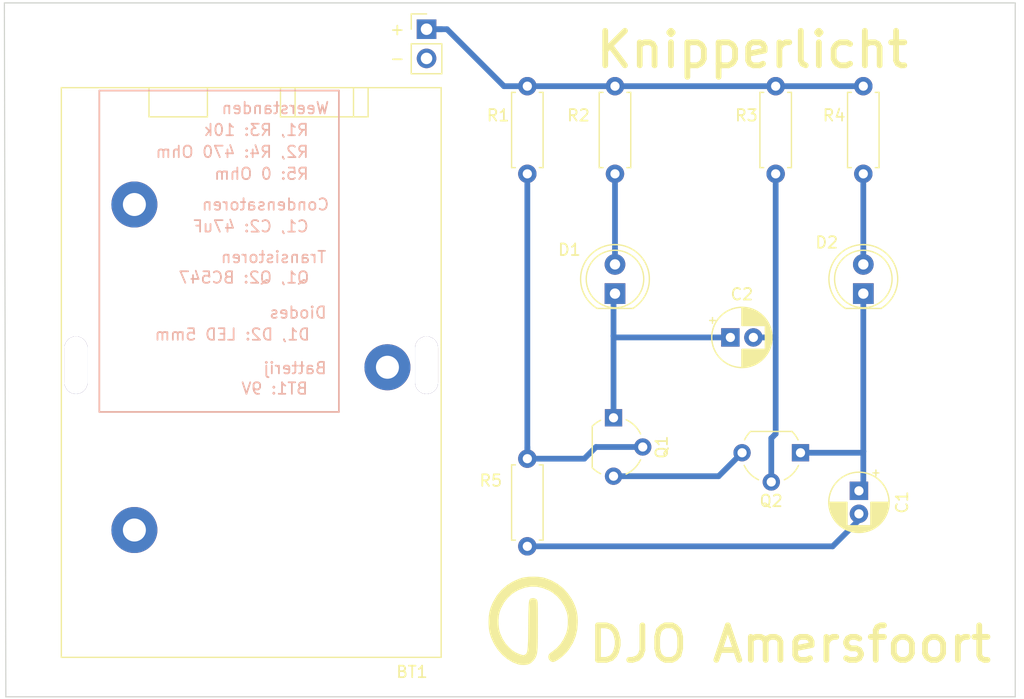
<source format=kicad_pcb>
(kicad_pcb (version 20211014) (generator pcbnew)
  (layers (0 "F.Cu" signal) (31 "B.Cu" signal) (34 "B.Paste" user) (35 "F.Paste" user) (36 "B.SilkS" user "B.Silkscreen") (37 "F.SilkS" user "F.Silkscreen") (38 "B.Mask" user) (39 "F.Mask" user) (44 "Edge.Cuts" user))
  (net 0 "")
  (net 1 "Net-(BT1-Pad1)")
  (net 2 "GND")
  (net 3 "Net-(C1-Pad1)")
  (net 4 "Net-(C2-Pad2)")
  (net 5 "TERUGKOPPELING")
  (net 6 "Net-(D1-Pad2)")
  (net 7 "Net-(D2-Pad2)")
  (net 8 "Net-(C2-Pad1)")
  (net 9 "Net-(Q1-Pad2)")
  (footprint "Capacitor_THT:CP_Radial_D5.0mm_P2.00mm" (layer "F.Cu") (at 82.804 43.815)
    (fp_text reference "C2" (at 1 -3.75) (layer "F.SilkS"))
    (fp_text value "47u")
    (fp_line (start 1.52 1.04) (end 1.52 2.528) (layer "F.SilkS") (width 0.12))
    (fp_line (start 1.28 1.04) (end 1.28 2.565) (layer "F.SilkS") (width 0.12))
    (fp_line (start 1.921 -2.414) (end 1.921 -1.04) (layer "F.SilkS") (width 0.12))
    (fp_line (start 2.081 1.04) (end 2.081 2.348) (layer "F.SilkS") (width 0.12))
    (fp_line (start 2.881 1.04) (end 2.881 1.785) (layer "F.SilkS") (width 0.12))
    (fp_line (start 1.16 -2.576) (end 1.16 -1.04) (layer "F.SilkS") (width 0.12))
    (fp_line (start 1.36 -2.556) (end 1.36 -1.04) (layer "F.SilkS") (width 0.12))
    (fp_line (start 3.361 -1.098) (end 3.361 1.098) (layer "F.SilkS") (width 0.12))
    (fp_line (start -1.554775 -1.725) (end -1.554775 -1.225) (layer "F.SilkS") (width 0.12))
    (fp_line (start 2.001 1.04) (end 2.001 2.382) (layer "F.SilkS") (width 0.12))
    (fp_line (start 2.161 1.04) (end 2.161 2.31) (layer "F.SilkS") (width 0.12))
    (fp_line (start 2.961 -1.699) (end 2.961 -1.04) (layer "F.SilkS") (width 0.12))
    (fp_line (start 2.001 -2.382) (end 2.001 -1.04) (layer "F.SilkS") (width 0.12))
    (fp_line (start 2.281 -2.247) (end 2.281 -1.04) (layer "F.SilkS") (width 0.12))
    (fp_line (start 1.6 1.04) (end 1.6 2.511) (layer "F.SilkS") (width 0.12))
    (fp_line (start 2.361 -2.2) (end 2.361 -1.04) (layer "F.SilkS") (width 0.12))
    (fp_line (start 1.56 -2.52) (end 1.56 -1.04) (layer "F.SilkS") (width 0.12))
    (fp_line (start 1.801 -2.455) (end 1.801 -1.04) (layer "F.SilkS") (width 0.12))
    (fp_line (start 2.401 -2.175) (end 2.401 -1.04) (layer "F.SilkS") (width 0.12))
    (fp_line (start 1 -2.58) (end 1 -1.04) (layer "F.SilkS") (width 0.12))
    (fp_line (start 1.2 1.04) (end 1.2 2.573) (layer "F.SilkS") (width 0.12))
    (fp_line (start 1.721 1.04) (end 1.721 2.48) (layer "F.SilkS") (width 0.12))
    (fp_line (start 1.24 -2.569) (end 1.24 -1.04) (layer "F.SilkS") (width 0.12))
    (fp_line (start 3.601 -0.284) (end 3.601 0.284) (layer "F.SilkS") (width 0.12))
    (fp_line (start 2.681 1.04) (end 2.681 1.971) (layer "F.SilkS") (width 0.12))
    (fp_line (start 3.201 -1.383) (end 3.201 1.383) (layer "F.SilkS") (width 0.12))
    (fp_line (start 1.761 -2.468) (end 1.761 -1.04) (layer "F.SilkS") (width 0.12))
    (fp_line (start 2.521 1.04) (end 2.521 2.095) (layer "F.SilkS") (width 0.12))
    (fp_line (start 3.121 -1.5) (end 3.121 1.5) (layer "F.SilkS") (width 0.12))
    (fp_line (start 1.801 1.04) (end 1.801 2.455) (layer "F.SilkS") (width 0.12))
    (fp_line (start 1.68 1.04) (end 1.68 2.491) (layer "F.SilkS") (width 0.12))
    (fp_line (start 2.521 -2.095) (end 2.521 -1.04) (layer "F.SilkS") (width 0.12))
    (fp_line (start 3.481 -0.805) (end 3.481 0.805) (layer "F.SilkS") (width 0.12))
    (fp_line (start 2.201 -2.29) (end 2.201 -1.04) (layer "F.SilkS") (width 0.12))
    (fp_line (start 1.761 1.04) (end 1.761 2.468) (layer "F.SilkS") (width 0.12))
    (fp_line (start 1.08 -2.579) (end 1.08 -1.04) (layer "F.SilkS") (width 0.12))
    (fp_line (start 2.041 1.04) (end 2.041 2.365) (layer "F.SilkS") (width 0.12))
    (fp_line (start 3.081 -1.554) (end 3.081 1.554) (layer "F.SilkS") (width 0.12))
    (fp_line (start 2.321 1.04) (end 2.321 2.224) (layer "F.SilkS") (width 0.12))
    (fp_line (start 1.04 1.04) (end 1.04 2.58) (layer "F.SilkS") (width 0.12))
    (fp_line (start 1.921 1.04) (end 1.921 2.414) (layer "F.SilkS") (width 0.12))
    (fp_line (start 1.32 -2.561) (end 1.32 -1.04) (layer "F.SilkS") (width 0.12))
    (fp_line (start 2.761 1.04) (end 2.761 1.901) (layer "F.SilkS") (width 0.12))
    (fp_line (start 2.281 1.04) (end 2.281 2.247) (layer "F.SilkS") (width 0.12))
    (fp_line (start 2.361 1.04) (end 2.361 2.2) (layer "F.SilkS") (width 0.12))
    (fp_line (start 1.12 1.04) (end 1.12 2.578) (layer "F.SilkS") (width 0.12))
    (fp_line (start 1.12 -2.578) (end 1.12 -1.04) (layer "F.SilkS") (width 0.12))
    (fp_line (start 2.401 1.04) (end 2.401 2.175) (layer "F.SilkS") (width 0.12))
    (fp_line (start 1.52 -2.528) (end 1.52 -1.04) (layer "F.SilkS") (width 0.12))
    (fp_line (start 1.4 -2.55) (end 1.4 -1.04) (layer "F.SilkS") (width 0.12))
    (fp_line (start 2.601 1.04) (end 2.601 2.035) (layer "F.SilkS") (width 0.12))
    (fp_line (start 2.761 -1.901) (end 2.761 -1.04) (layer "F.SilkS") (width 0.12))
    (fp_line (start 2.481 -2.122) (end 2.481 -1.04) (layer "F.SilkS") (width 0.12))
    (fp_line (start 1.28 -2.565) (end 1.28 -1.04) (layer "F.SilkS") (width 0.12))
    (fp_line (start 1.961 1.04) (end 1.961 2.398) (layer "F.SilkS") (width 0.12))
    (fp_line (start 2.041 -2.365) (end 2.041 -1.04) (layer "F.SilkS") (width 0.12))
    (fp_line (start 2.121 -2.329) (end 2.121 -1.04) (layer "F.SilkS") (width 0.12))
    (fp_line (start 1.961 -2.398) (end 1.961 -1.04) (layer "F.SilkS") (width 0.12))
    (fp_line (start 3.041 -1.605) (end 3.041 1.605) (layer "F.SilkS") (width 0.12))
    (fp_line (start 1.16 1.04) (end 1.16 2.576) (layer "F.SilkS") (width 0.12))
    (fp_line (start 3.001 -1.653) (end 3.001 -1.04) (layer "F.SilkS") (width 0.12))
    (fp_line (start 1.04 -2.58) (end 1.04 -1.04) (layer "F.SilkS") (width 0.12))
    (fp_line (start 2.921 1.04) (end 2.921 1.743) (layer "F.SilkS") (width 0.12))
    (fp_line (start 2.961 1.04) (end 2.961 1.699) (layer "F.SilkS") (width 0.12))
    (fp_line (start 3.241 -1.319) (end 3.241 1.319) (layer "F.SilkS") (width 0.12))
    (fp_line (start 2.601 -2.035) (end 2.601 -1.04) (layer "F.SilkS") (width 0.12))
    (fp_line (start 2.561 -2.065) (end 2.561 -1.04) (layer "F.SilkS") (width 0.12))
    (fp_line (start 2.481 1.04) (end 2.481 2.122) (layer "F.SilkS") (width 0.12))
    (fp_line (start 2.641 -2.004) (end 2.641 -1.04) (layer "F.SilkS") (width 0.12))
    (fp_line (start 1.6 -2.511) (end 1.6 -1.04) (layer "F.SilkS") (width 0.12))
    (fp_line (start 2.201 1.04) (end 2.201 2.29) (layer "F.SilkS") (width 0.12))
    (fp_line (start 1 1.04) (end 1 2.58) (layer "F.SilkS") (width 0.12))
    (fp_line (start 1.36 1.04) (end 1.36 2.556) (layer "F.SilkS") (width 0.12))
    (fp_line (start 1.841 -2.442) (end 1.841 -1.04) (layer "F.SilkS") (width 0.12))
    (fp_line (start 1.881 -2.428) (end 1.881 -1.04) (layer "F.SilkS") (width 0.12))
    (fp_line (start 2.161 -2.31) (end 2.161 -1.04) (layer "F.SilkS") (width 0.12))
    (fp_line (start 1.56 1.04) (end 1.56 2.52) (layer "F.SilkS") (width 0.12))
    (fp_line (start 2.441 -2.149) (end 2.441 -1.04) (layer "F.SilkS") (width 0.12))
    (fp_line (start 1.841 1.04) (end 1.841 2.442) (layer "F.SilkS") (width 0.12))
    (fp_line (start 1.44 1.04) (end 1.44 2.543) (layer "F.SilkS") (width 0.12))
    (fp_line (start 3.161 -1.443) (end 3.161 1.443) (layer "F.SilkS") (width 0.12))
    (fp_line (start 1.48 -2.536) (end 1.48 -1.04) (layer "F.SilkS") (width 0.12))
    (fp_line (start 1.64 -2.501) (end 1.64 -1.04) (layer "F.SilkS") (width 0.12))
    (fp_line (start 1.32 1.04) (end 1.32 2.561) (layer "F.SilkS") (width 0.12))
    (fp_line (start 2.561 1.04) (end 2.561 2.065) (layer "F.SilkS") (width 0.12))
    (fp_line (start 2.681 -1.971) (end 2.681 -1.04) (layer "F.SilkS") (width 0.12))
    (fp_line (start 3.321 -1.178) (end 3.321 1.178) (layer "F.SilkS") (width 0.12))
    (fp_line (start 2.801 1.04) (end 2.801 1.864) (layer "F.SilkS") (width 0.12))
    (fp_line (start 1.721 -2.48) (end 1.721 -1.04) (layer "F.SilkS") (width 0.12))
    (fp_line (start 2.921 -1.743) (end 2.921 -1.04) (layer "F.SilkS") (width 0.12))
    (fp_line (start 3.521 -0.677) (end 3.521 0.677) (layer "F.SilkS") (width 0.12))
    (fp_line (start 2.121 1.04) (end 2.121 2.329) (layer "F.SilkS") (width 0.12))
    (fp_line (start 3.401 -1.011) (end 3.401 1.011) (layer "F.SilkS") (width 0.12))
    (fp_line (start 1.64 1.04) (end 1.64 2.501) (layer "F.SilkS") (width 0.12))
    (fp_line (start 1.4 1.04) (end 1.4 2.55) (layer "F.SilkS") (width 0.12))
    (fp_line (start 2.241 1.04) (end 2.241 2.268) (layer "F.SilkS") (width 0.12))
    (fp_line (start 1.48 1.04) (end 1.48 2.536) (layer "F.SilkS") (width 0.12))
    (fp_line (start 3.001 1.04) (end 3.001 1.653) (layer "F.SilkS") (width 0.12))
    (fp_line (start 2.641 1.04) (end 2.641 2.004) (layer "F.SilkS") (width 0.12))
    (fp_line (start 2.321 -2.224) (end 2.321 -1.04) (layer "F.SilkS") (width 0.12))
    (fp_line (start 2.721 -1.937) (end 2.721 -1.04) (layer "F.SilkS") (width 0.12))
    (fp_line (start 1.68 -2.491) (end 1.68 -1.04) (layer "F.SilkS") (width 0.12))
    (fp_line (start 3.441 -0.915) (end 3.441 0.915) (layer "F.SilkS") (width 0.12))
    (fp_line (start 2.881 -1.785) (end 2.881 -1.04) (layer "F.SilkS") (width 0.12))
    (fp_line (start 2.841 -1.826) (end 2.841 -1.04) (layer "F.SilkS") (width 0.12))
    (fp_line (start 2.801 -1.864) (end 2.801 -1.04) (layer "F.SilkS") (width 0.12))
    (fp_line (start 2.721 1.04) (end 2.721 1.937) (layer "F.SilkS") (width 0.12))
    (fp_line (start 2.241 -2.268) (end 2.241 -1.04) (layer "F.SilkS") (width 0.12))
    (fp_line (start 1.881 1.04) (end 1.881 2.428) (layer "F.SilkS") (width 0.12))
    (fp_line (start 1.44 -2.543) (end 1.44 -1.04) (layer "F.SilkS") (width 0.12))
    (fp_line (start 1.2 -2.573) (end 1.2 -1.04) (layer "F.SilkS") (width 0.12))
    (fp_line (start 2.441 1.04) (end 2.441 2.149) (layer "F.SilkS") (width 0.12))
    (fp_line (start 3.281 -1.251) (end 3.281 1.251) (layer "F.SilkS") (width 0.12))
    (fp_line (start 1.24 1.04) (end 1.24 2.569) (layer "F.SilkS") (width 0.12))
    (fp_line (start 2.841 1.04) (end 2.841 1.826) (layer "F.SilkS") (width 0.12))
    (fp_line (start -1.804775 -1.475) (end -1.304775 -1.475) (layer "F.SilkS") (width 0.12))
    (fp_line (start 3.561 -0.518) (end 3.561 0.518) (layer "F.SilkS") (width 0.12))
    (fp_line (start 1.08 1.04) (end 1.08 2.579) (layer "F.SilkS") (width 0.12))
    (fp_line (start 2.081 -2.348) (end 2.081 -1.04) (layer "F.SilkS") (width 0.12))
    (fp_circle (center 1 0) (end 3.62 0) (layer "F.SilkS") (width 0.12) (fill none))
    (pad "1" thru_hole rect locked (at 0 0) (size 1.6 1.6) (drill 0.8) (layers *.Cu *.Mask) (net 8 "Net-(C2-Pad1)"))
    (pad "2" thru_hole circle locked (at 2 0) (size 1.6 1.6) (drill 0.8) (layers *.Cu *.Mask) (net 4 "Net-(C2-Pad2)"))
  )
  (footprint "LED_THT:LED_D5.0mm_Clear" (layer "F.Cu") (at 72.771 40.005 90)
    (fp_text reference "D1" (at 3.81 -3.96 180) (layer "F.SilkS"))
    (fp_text value "LED 5mm")
    (fp_line (start -1.29 -1.545) (end -1.29 1.545) (layer "F.SilkS") (width 0.12))
    (fp_arc (start 4.26 -0.000462) (mid 2.072002 2.880433) (end -1.29 1.54483) (layer "F.SilkS") (width 0.12))
    (fp_arc (start -1.29 -1.54483) (mid 2.072002 -2.880433) (end 4.26 0.000462) (layer "F.SilkS") (width 0.12))
    (fp_circle (center 1.27 0) (end 3.77 0) (layer "F.SilkS") (width 0.12) (fill none))
    (pad "1" thru_hole rect locked (at 0 0 90) (size 1.8 1.8) (drill 0.9) (layers *.Cu *.Mask) (net 8 "Net-(C2-Pad1)"))
    (pad "2" thru_hole circle locked (at 2.54 0 90) (size 1.8 1.8) (drill 0.9) (layers *.Cu *.Mask) (net 6 "Net-(D1-Pad2)"))
  )
  (footprint "LED_THT:LED_D5.0mm_Clear" (layer "F.Cu") (at 94.361 40.005 90)
    (fp_text reference "D2" (at 4.445 -3.175 180) (layer "F.SilkS"))
    (fp_text value "LED 5mm")
    (fp_line (start -1.29 -1.545) (end -1.29 1.545) (layer "F.SilkS") (width 0.12))
    (fp_arc (start 4.26 -0.000462) (mid 2.072002 2.880433) (end -1.29 1.54483) (layer "F.SilkS") (width 0.12))
    (fp_arc (start -1.29 -1.54483) (mid 2.072002 -2.880433) (end 4.26 0.000462) (layer "F.SilkS") (width 0.12))
    (fp_circle (center 1.27 0) (end 3.77 0) (layer "F.SilkS") (width 0.12) (fill none))
    (pad "1" thru_hole rect locked (at 0 0 90) (size 1.8 1.8) (drill 0.9) (layers *.Cu *.Mask) (net 3 "Net-(C1-Pad1)"))
    (pad "2" thru_hole circle locked (at 2.54 0 90) (size 1.8 1.8) (drill 0.9) (layers *.Cu *.Mask) (net 7 "Net-(D2-Pad2)"))
  )
  (footprint "Package_TO_SOT_THT:TO-92_Wide" (layer "F.Cu") (at 72.644 50.8 -90)
    (fp_text reference "Q1" (at 2.55 -4.19 -90) (layer "F.SilkS"))
    (fp_text value "BC547")
    (fp_line (start 0.74 1.85) (end 4.34 1.85) (layer "F.SilkS") (width 0.12))
    (fp_arc (start 3.65 -2.35) (mid 4.382279 -1.833196) (end 4.895458 -1.098371) (layer "F.SilkS") (width 0.12))
    (fp_arc (start 0.74 1.85) (mid 0.446097 1.509328) (end 0.215816 1.122795) (layer "F.SilkS") (width 0.12))
    (fp_arc (start 4.864184 1.122795) (mid 4.633903 1.509328) (end 4.34 1.85) (layer "F.SilkS") (width 0.12))
    (fp_arc (start 0.172801 -1.103842) (mid 0.678995 -1.832692) (end 1.4 -2.35) (layer "F.SilkS") (width 0.12))
    (pad "1" thru_hole rect (at 0 0 270) (size 1.5 1.5) (drill 0.8) (layers *.Cu *.Mask) (net 8 "Net-(C2-Pad1)"))
    (pad "2" thru_hole circle (at 2.54 -2.54 270) (size 1.5 1.5) (drill 0.8) (layers *.Cu *.Mask) (net 9 "Net-(Q1-Pad2)"))
    (pad "3" thru_hole circle (at 5.08 0 270) (size 1.5 1.5) (drill 0.8) (layers *.Cu *.Mask) (net 2 "GND"))
  )
  (footprint "Package_TO_SOT_THT:TO-92_Wide" (layer "F.Cu") (at 88.9 53.84 180)
    (fp_text reference "Q2" (at 2.55 -4.19) (layer "F.SilkS"))
    (fp_text value "BC547")
    (fp_line (start 0.74 1.85) (end 4.34 1.85) (layer "F.SilkS") (width 0.12))
    (fp_arc (start 0.172801 -1.103842) (mid 0.678995 -1.832692) (end 1.4 -2.35) (layer "F.SilkS") (width 0.12))
    (fp_arc (start 0.74 1.85) (mid 0.446097 1.509328) (end 0.215816 1.122795) (layer "F.SilkS") (width 0.12))
    (fp_arc (start 4.864184 1.122795) (mid 4.633903 1.509328) (end 4.34 1.85) (layer "F.SilkS") (width 0.12))
    (fp_arc (start 3.65 -2.35) (mid 4.382279 -1.833196) (end 4.895458 -1.098371) (layer "F.SilkS") (width 0.12))
    (pad "1" thru_hole rect (at 0 0 180) (size 1.5 1.5) (drill 0.8) (layers *.Cu *.Mask) (net 3 "Net-(C1-Pad1)"))
    (pad "2" thru_hole circle (at 2.54 -2.54 180) (size 1.5 1.5) (drill 0.8) (layers *.Cu *.Mask) (net 4 "Net-(C2-Pad2)"))
    (pad "3" thru_hole circle (at 5.08 0 180) (size 1.5 1.5) (drill 0.8) (layers *.Cu *.Mask) (net 2 "GND"))
  )
  (footprint "Resistor_THT:R_Axial_DIN0207_L6.3mm_D2.5mm_P7.62mm_Horizontal" (layer "F.Cu") (at 65.151 21.971 -90)
    (fp_text reference "R1" (at 2.54 2.54 180) (layer "F.SilkS"))
    (fp_text value "10k")
    (fp_line (start 7.08 1.37) (end 7.08 1.04) (layer "F.SilkS") (width 0.12))
    (fp_line (start 0.54 -1.04) (end 0.54 -1.37) (layer "F.SilkS") (width 0.12))
    (fp_line (start 7.08 -1.37) (end 7.08 -1.04) (layer "F.SilkS") (width 0.12))
    (fp_line (start 0.54 -1.37) (end 7.08 -1.37) (layer "F.SilkS") (width 0.12))
    (fp_line (start 0.54 1.37) (end 7.08 1.37) (layer "F.SilkS") (width 0.12))
    (fp_line (start 0.54 1.04) (end 0.54 1.37) (layer "F.SilkS") (width 0.12))
    (pad "1" thru_hole circle locked (at 0 0 270) (size 1.6 1.6) (drill 0.8) (layers *.Cu *.Mask) (net 1 "Net-(BT1-Pad1)"))
    (pad "2" thru_hole oval locked (at 7.62 0 270) (size 1.6 1.6) (drill 0.8) (layers *.Cu *.Mask) (net 9 "Net-(Q1-Pad2)"))
  )
  (footprint "Resistor_THT:R_Axial_DIN0207_L6.3mm_D2.5mm_P7.62mm_Horizontal" (layer "F.Cu") (at 94.361 29.591 90)
    (fp_text reference "R4" (at 5.08 -2.54 180) (layer "F.SilkS"))
    (fp_text value "470R")
    (fp_line (start 7.08 1.37) (end 7.08 1.04) (layer "F.SilkS") (width 0.12))
    (fp_line (start 0.54 -1.37) (end 7.08 -1.37) (layer "F.SilkS") (width 0.12))
    (fp_line (start 0.54 1.04) (end 0.54 1.37) (layer "F.SilkS") (width 0.12))
    (fp_line (start 7.08 -1.37) (end 7.08 -1.04) (layer "F.SilkS") (width 0.12))
    (fp_line (start 0.54 -1.04) (end 0.54 -1.37) (layer "F.SilkS") (width 0.12))
    (fp_line (start 0.54 1.37) (end 7.08 1.37) (layer "F.SilkS") (width 0.12))
    (pad "1" thru_hole circle locked (at 0 0 90) (size 1.6 1.6) (drill 0.8) (layers *.Cu *.Mask) (net 7 "Net-(D2-Pad2)"))
    (pad "2" thru_hole oval locked (at 7.62 0 90) (size 1.6 1.6) (drill 0.8) (layers *.Cu *.Mask) (net 1 "Net-(BT1-Pad1)"))
  )
  (footprint "Resistor_THT:R_Axial_DIN0207_L6.3mm_D2.5mm_P7.62mm_Horizontal" (layer "F.Cu") (at 72.771 29.591 90)
    (fp_text reference "R2" (at 5.08 -3.175 180) (layer "F.SilkS"))
    (fp_text value "470R")
    (fp_line (start 0.54 1.37) (end 7.08 1.37) (layer "F.SilkS") (width 0.12))
    (fp_line (start 0.54 -1.04) (end 0.54 -1.37) (layer "F.SilkS") (width 0.12))
    (fp_line (start 7.08 -1.37) (end 7.08 -1.04) (layer "F.SilkS") (width 0.12))
    (fp_line (start 0.54 1.04) (end 0.54 1.37) (layer "F.SilkS") (width 0.12))
    (fp_line (start 7.08 1.37) (end 7.08 1.04) (layer "F.SilkS") (width 0.12))
    (fp_line (start 0.54 -1.37) (end 7.08 -1.37) (layer "F.SilkS") (width 0.12))
    (pad "1" thru_hole circle locked (at 0 0 90) (size 1.6 1.6) (drill 0.8) (layers *.Cu *.Mask) (net 6 "Net-(D1-Pad2)"))
    (pad "2" thru_hole oval locked (at 7.62 0 90) (size 1.6 1.6) (drill 0.8) (layers *.Cu *.Mask) (net 1 "Net-(BT1-Pad1)"))
  )
  (footprint "Resistor_THT:R_Axial_DIN0207_L6.3mm_D2.5mm_P7.62mm_Horizontal" (layer "F.Cu") (at 86.741 29.591 90)
    (fp_text reference "R3" (at 5.08 -2.54 180) (layer "F.SilkS"))
    (fp_text value "10k")
    (fp_line (start 0.54 -1.37) (end 7.08 -1.37) (layer "F.SilkS") (width 0.12))
    (fp_line (start 0.54 1.04) (end 0.54 1.37) (layer "F.SilkS") (width 0.12))
    (fp_line (start 0.54 -1.04) (end 0.54 -1.37) (layer "F.SilkS") (width 0.12))
    (fp_line (start 0.54 1.37) (end 7.08 1.37) (layer "F.SilkS") (width 0.12))
    (fp_line (start 7.08 -1.37) (end 7.08 -1.04) (layer "F.SilkS") (width 0.12))
    (fp_line (start 7.08 1.37) (end 7.08 1.04) (layer "F.SilkS") (width 0.12))
    (pad "1" thru_hole circle locked (at 0 0 90) (size 1.6 1.6) (drill 0.8) (layers *.Cu *.Mask) (net 4 "Net-(C2-Pad2)"))
    (pad "2" thru_hole oval locked (at 7.62 0 90) (size 1.6 1.6) (drill 0.8) (layers *.Cu *.Mask) (net 1 "Net-(BT1-Pad1)"))
  )
  (footprint "Resistor_THT:R_Axial_DIN0207_L6.3mm_D2.5mm_P7.62mm_Horizontal" (layer "F.Cu") (at 65.151 54.356 -90)
    (fp_text reference "R5" (at 1.905 3.175 180) (layer "F.SilkS"))
    (fp_text value "0R")
    (fp_line (start 7.08 -1.37) (end 7.08 -1.04) (layer "F.SilkS") (width 0.12))
    (fp_line (start 0.54 1.04) (end 0.54 1.37) (layer "F.SilkS") (width 0.12))
    (fp_line (start 0.54 -1.04) (end 0.54 -1.37) (layer "F.SilkS") (width 0.12))
    (fp_line (start 0.54 -1.37) (end 7.08 -1.37) (layer "F.SilkS") (width 0.12))
    (fp_line (start 7.08 1.37) (end 7.08 1.04) (layer "F.SilkS") (width 0.12))
    (fp_line (start 0.54 1.37) (end 7.08 1.37) (layer "F.SilkS") (width 0.12))
    (pad "1" thru_hole circle locked (at 0 0 270) (size 1.6 1.6) (drill 0.8) (layers *.Cu *.Mask) (net 9 "Net-(Q1-Pad2)"))
    (pad "2" thru_hole oval locked (at 7.62 0 270) (size 1.6 1.6) (drill 0.8) (layers *.Cu *.Mask) (net 5 "TERUGKOPPELING"))
  )
  (footprint "Capacitor_THT:CP_Radial_D5.0mm_P2.00mm" (layer "F.Cu") (at 93.98 57.15 -90)
    (fp_text reference "C1" (at 1 -3.75 -270) (layer "F.SilkS"))
    (fp_text value "47u")
    (fp_line (start 1.721 1.04) (end 1.721 2.48) (layer "F.SilkS") (width 0.12))
    (fp_line (start 2.961 -1.699) (end 2.961 -1.04) (layer "F.SilkS") (width 0.12))
    (fp_line (start 2.561 -2.065) (end 2.561 -1.04) (layer "F.SilkS") (width 0.12))
    (fp_line (start 1.921 -2.414) (end 1.921 -1.04) (layer "F.SilkS") (width 0.12))
    (fp_line (start 2.321 -2.224) (end 2.321 -1.04) (layer "F.SilkS") (width 0.12))
    (fp_line (start 2.921 1.04) (end 2.921 1.743) (layer "F.SilkS") (width 0.12))
    (fp_line (start -1.804775 -1.475) (end -1.304775 -1.475) (layer "F.SilkS") (width 0.12))
    (fp_line (start 1.12 1.04) (end 1.12 2.578) (layer "F.SilkS") (width 0.12))
    (fp_line (start 1.68 -2.491) (end 1.68 -1.04) (layer "F.SilkS") (width 0.12))
    (fp_line (start 1.64 1.04) (end 1.64 2.501) (layer "F.SilkS") (width 0.12))
    (fp_line (start 1 -2.58) (end 1 -1.04) (layer "F.SilkS") (width 0.12))
    (fp_line (start 1.2 -2.573) (end 1.2 -1.04) (layer "F.SilkS") (width 0.12))
    (fp_line (start 2.921 -1.743) (end 2.921 -1.04) (layer "F.SilkS") (width 0.12))
    (fp_line (start 1.04 -2.58) (end 1.04 -1.04) (layer "F.SilkS") (width 0.12))
    (fp_line (start 2.361 -2.2) (end 2.361 -1.04) (layer "F.SilkS") (width 0.12))
    (fp_line (start 3.121 -1.5) (end 3.121 1.5) (layer "F.SilkS") (width 0.12))
    (fp_line (start 2.041 1.04) (end 2.041 2.365) (layer "F.SilkS") (width 0.12))
    (fp_line (start 3.361 -1.098) (end 3.361 1.098) (layer "F.SilkS") (width 0.12))
    (fp_line (start 2.121 -2.329) (end 2.121 -1.04) (layer "F.SilkS") (width 0.12))
    (fp_line (start 1.36 1.04) (end 1.36 2.556) (layer "F.SilkS") (width 0.12))
    (fp_line (start 1.881 1.04) (end 1.881 2.428) (layer "F.SilkS") (width 0.12))
    (fp_line (start 2.841 -1.826) (end 2.841 -1.04) (layer "F.SilkS") (width 0.12))
    (fp_line (start 2.241 -2.268) (end 2.241 -1.04) (layer "F.SilkS") (width 0.12))
    (fp_line (start 3.561 -0.518) (end 3.561 0.518) (layer "F.SilkS") (width 0.12))
    (fp_line (start 3.001 -1.653) (end 3.001 -1.04) (layer "F.SilkS") (width 0.12))
    (fp_line (start 2.601 1.04) (end 2.601 2.035) (layer "F.SilkS") (width 0.12))
    (fp_line (start 1.68 1.04) (end 1.68 2.491) (layer "F.SilkS") (width 0.12))
    (fp_line (start 1.761 1.04) (end 1.761 2.468) (layer "F.SilkS") (width 0.12))
    (fp_line (start 3.201 -1.383) (end 3.201 1.383) (layer "F.SilkS") (width 0.12))
    (fp_line (start 1.44 1.04) (end 1.44 2.543) (layer "F.SilkS") (width 0.12))
    (fp_line (start 3.441 -0.915) (end 3.441 0.915) (layer "F.SilkS") (width 0.12))
    (fp_line (start 1.08 -2.579) (end 1.08 -1.04) (layer "F.SilkS") (width 0.12))
    (fp_line (start 2.321 1.04) (end 2.321 2.224) (layer "F.SilkS") (width 0.12))
    (fp_line (start 1.2 1.04) (end 1.2 2.573) (layer "F.SilkS") (width 0.12))
    (fp_line (start 1.6 -2.511) (end 1.6 -1.04) (layer "F.SilkS") (width 0.12))
    (fp_line (start 2.521 -2.095) (end 2.521 -1.04) (layer "F.SilkS") (width 0.12))
    (fp_line (start 1.08 1.04) (end 1.08 2.579) (layer "F.SilkS") (width 0.12))
    (fp_line (start 1.48 -2.536) (end 1.48 -1.04) (layer "F.SilkS") (width 0.12))
    (fp_line (start 1.4 -2.55) (end 1.4 -1.04) (layer "F.SilkS") (width 0.12))
    (fp_line (start 1.48 1.04) (end 1.48 2.536) (layer "F.SilkS") (width 0.12))
    (fp_line (start 3.521 -0.677) (end 3.521 0.677) (layer "F.SilkS") (width 0.12))
    (fp_line (start 1.801 -2.455) (end 1.801 -1.04) (layer "F.SilkS") (width 0.12))
    (fp_line (start 2.441 1.04) (end 2.441 2.149) (layer "F.SilkS") (width 0.12))
    (fp_line (start 3.481 -0.805) (end 3.481 0.805) (layer "F.SilkS") (width 0.12))
    (fp_line (start 3.321 -1.178) (end 3.321 1.178) (layer "F.SilkS") (width 0.12))
    (fp_line (start 2.081 -2.348) (end 2.081 -1.04) (layer "F.SilkS") (width 0.12))
    (fp_line (start 1.12 -2.578) (end 1.12 -1.04) (layer "F.SilkS") (width 0.12))
    (fp_line (start 2.041 -2.365) (end 2.041 -1.04) (layer "F.SilkS") (width 0.12))
    (fp_line (start 1.841 -2.442) (end 1.841 -1.04) (layer "F.SilkS") (width 0.12))
    (fp_line (start 2.361 1.04) (end 2.361 2.2) (layer "F.SilkS") (width 0.12))
    (fp_line (start 1.56 -2.52) (end 1.56 -1.04) (layer "F.SilkS") (width 0.12))
    (fp_line (start 1.961 -2.398) (end 1.961 -1.04) (layer "F.SilkS") (width 0.12))
    (fp_line (start 1.761 -2.468) (end 1.761 -1.04) (layer "F.SilkS") (width 0.12))
    (fp_line (start 1.16 -2.576) (end 1.16 -1.04) (layer "F.SilkS") (width 0.12))
    (fp_line (start 3.001 1.04) (end 3.001 1.653) (layer "F.SilkS") (width 0.12))
    (fp_line (start 1.841 1.04) (end 1.841 2.442) (layer "F.SilkS") (width 0.12))
    (fp_line (start 2.881 1.04) (end 2.881 1.785) (layer "F.SilkS") (width 0.12))
    (fp_line (start 1.28 -2.565) (end 1.28 -1.04) (layer "F.SilkS") (width 0.12))
    (fp_line (start 2.881 -1.785) (end 2.881 -1.04) (layer "F.SilkS") (width 0.12))
    (fp_line (start 2.761 1.04) (end 2.761 1.901) (layer "F.SilkS") (width 0.12))
    (fp_line (start 2.601 -2.035) (end 2.601 -1.04) (layer "F.SilkS") (width 0.12))
    (fp_line (start 2.841 1.04) (end 2.841 1.826) (layer "F.SilkS") (width 0.12))
    (fp_line (start 2.801 -1.864) (end 2.801 -1.04) (layer "F.SilkS") (width 0.12))
    (fp_line (start 2.281 1.04) (end 2.281 2.247) (layer "F.SilkS") (width 0.12))
    (fp_line (start 1.56 1.04) (end 1.56 2.52) (layer "F.SilkS") (width 0.12))
    (fp_line (start 1.52 1.04) (end 1.52 2.528) (layer "F.SilkS") (width 0.12))
    (fp_line (start 2.001 1.04) (end 2.001 2.382) (layer "F.SilkS") (width 0.12))
    (fp_line (start 2.721 1.04) (end 2.721 1.937) (layer "F.SilkS") (width 0.12))
    (fp_line (start 1.6 1.04) (end 1.6 2.511) (layer "F.SilkS") (width 0.12))
    (fp_line (start 2.241 1.04) (end 2.241 2.268) (layer "F.SilkS") (width 0.12))
    (fp_line (start 2.161 1.04) (end 2.161 2.31) (layer "F.SilkS") (width 0.12))
    (fp_line (start 1.881 -2.428) (end 1.881 -1.04) (layer "F.SilkS") (width 0.12))
    (fp_line (start 1.04 1.04) (end 1.04 2.58) (layer "F.SilkS") (width 0.12))
    (fp_line (start 3.241 -1.319) (end 3.241 1.319) (layer "F.SilkS") (width 0.12))
    (fp_line (start 2.641 1.04) (end 2.641 2.004) (layer "F.SilkS") (width 0.12))
    (fp_line (start 1.961 1.04) (end 1.961 2.398) (layer "F.SilkS") (width 0.12))
    (fp_line (start 1.721 -2.48) (end 1.721 -1.04) (layer "F.SilkS") (width 0.12))
    (fp_line (start 2.401 -2.175) (end 2.401 -1.04) (layer "F.SilkS") (width 0.12))
    (fp_line (start -1.554775 -1.725) (end -1.554775 -1.225) (layer "F.SilkS") (width 0.12))
    (fp_line (start 1.44 -2.543) (end 1.44 -1.04) (layer "F.SilkS") (width 0.12))
    (fp_line (start 1.921 1.04) (end 1.921 2.414) (layer "F.SilkS") (width 0.12))
    (fp_line (start 2.641 -2.004) (end 2.641 -1.04) (layer "F.SilkS") (width 0.12))
    (fp_line (start 1.32 -2.561) (end 1.32 -1.04) (layer "F.SilkS") (width 0.12))
    (fp_line (start 2.281 -2.247) (end 2.281 -1.04) (layer "F.SilkS") (width 0.12))
    (fp_line (start 1.36 -2.556) (end 1.36 -1.04) (layer "F.SilkS") (width 0.12))
    (fp_line (start 1.64 -2.501) (end 1.64 -1.04) (layer "F.SilkS") (width 0.12))
    (fp_line (start 2.081 1.04) (end 2.081 2.348) (layer "F.SilkS") (width 0.12))
    (fp_line (start 3.281 -1.251) (end 3.281 1.251) (layer "F.SilkS") (width 0.12))
    (fp_line (start 2.121 1.04) (end 2.121 2.329) (layer "F.SilkS") (width 0.12))
    (fp_line (start 3.401 -1.011) (end 3.401 1.011) (layer "F.SilkS") (width 0.12))
    (fp_line (start 2.761 -1.901) (end 2.761 -1.04) (layer "F.SilkS") (width 0.12))
    (fp_line (start 1.28 1.04) (end 1.28 2.565) (layer "F.SilkS") (width 0.12))
    (fp_line (start 2.721 -1.937) (end 2.721 -1.04) (layer "F.SilkS") (width 0.12))
    (fp_line (start 2.561 1.04) (end 2.561 2.065) (layer "F.SilkS") (width 0.12))
    (fp_line (start 1.24 -2.569) (end 1.24 -1.04) (layer "F.SilkS") (width 0.12))
    (fp_line (start 2.201 -2.29) (end 2.201 -1.04) (layer "F.SilkS") (width 0.12))
    (fp_line (start 1.24 1.04) (end 1.24 2.569) (layer "F.SilkS") (width 0.12))
    (fp_line (start 1.16 1.04) (end 1.16 2.576) (layer "F.SilkS") (width 0.12))
    (fp_line (start 2.001 -2.382) (end 2.001 -1.04) (layer "F.SilkS") (width 0.12))
    (fp_line (start 3.601 -0.284) (end 3.601 0.284) (layer "F.SilkS") (width 0.12))
    (fp_line (start 2.401 1.04) (end 2.401 2.175) (layer "F.SilkS") (width 0.12))
    (fp_line (start 2.201 1.04) (end 2.201 2.29) (layer "F.SilkS") (width 0.12))
    (fp_line (start 1.52 -2.528) (end 1.52 -1.04) (layer "F.SilkS") (width 0.12))
    (fp_line (start 1.801 1.04) (end 1.801 2.455) (layer "F.SilkS") (width 0.12))
    (fp_line (start 2.681 -1.971) (end 2.681 -1.04) (layer "F.SilkS") (width 0.12))
    (fp_line (start 3.041 -1.605) (end 3.041 1.605) (layer "F.SilkS") (width 0.12))
    (fp_line (start 1.32 1.04) (end 1.32 2.561) (layer "F.SilkS") (width 0.12))
    (fp_line (start 2.961 1.04) (end 2.961 1.699) (layer "F.SilkS") (width 0.12))
    (fp_line (start 2.161 -2.31) (end 2.161 -1.04) (layer "F.SilkS") (width 0.12))
    (fp_line (start 1 1.04) (end 1 2.58) (layer "F.SilkS") (width 0.12))
    (fp_line (start 2.441 -2.149) (end 2.441 -1.04) (layer "F.SilkS") (width 0.12))
    (fp_line (start 2.481 1.04) (end 2.481 2.122) (layer "F.SilkS") (width 0.12))
    (fp_line (start 1.4 1.04) (end 1.4 2.55) (layer "F.SilkS") (width 0.12))
    (fp_line (start 2.681 1.04) (end 2.681 1.971) (layer "F.SilkS") (width 0.12))
    (fp_line (start 3.081 -1.554) (end 3.081 1.554) (layer "F.SilkS") (width 0.12))
    (fp_line (start 2.521 1.04) (end 2.521 2.095) (layer "F.SilkS") (width 0.12))
    (fp_line (start 2.801 1.04) (end 2.801 1.864) (layer "F.SilkS") (width 0.12))
    (fp_line (start 3.161 -1.443) (end 3.161 1.443) (layer "F.SilkS") (width 0.12))
    (fp_line (start 2.481 -2.122) (end 2.481 -1.04) (layer "F.SilkS") (width 0.12))
    (fp_circle (center 1 0) (end 3.62 0) (layer "F.SilkS") (width 0.12) (fill none))
    (pad "1" thru_hole rect locked (at 0 0 270) (size 1.6 1.6) (drill 0.8) (layers *.Cu *.Mask) (net 3 "Net-(C1-Pad1)"))
    (pad "2" thru_hole circle locked (at 2 0 270) (size 1.6 1.6) (drill 0.8) (layers *.Cu *.Mask) (net 5 "TERUGKOPPELING"))
  )
  (footprint "DJO logo:DJO logo 10mm" (layer "F.Cu") (at 65.659 68.453)
    (fp_text reference "G***" hide)
    (fp_text value "LOGO" hide)
    (fp_poly (pts (xy 0.397855 -3.823465) (xy 0.734927 -3.787979) (xy 0.9652 -3.740958) (xy 1.555721 -3.527122) (xy 2.099659 -3.226293) (xy 2.588186 -2.845803) (xy 3.012472 -2.392983) (xy 3.363687 -1.875166) (xy 3.481971 -1.651) (xy 3.659254 -1.248094) (xy 3.778438 -0.872101) (xy 3.847971 -0.485633) (xy 3.876302 -0.051302) (xy 3.878043 0.1016) (xy 3.83214 0.745475) (xy 3.692182 1.351463) (xy 3.457336 1.922079) (xy 3.126767 2.459839) (xy 3.071998 2.533707) (xy 2.874948 2.767833) (xy 2.65056 2.992211) (xy 2.414117 3.195688) (xy 2.180902 3.367108) (xy 1.966198 3.495318) (xy 1.785287 3.569163) (xy 1.653455 3.577488) (xy 1.645359 3.574944) (xy 1.460496 3.464846) (xy 1.348912 3.301473) (xy 1.322415 3.153444) (xy 1.338962 3.003267) (xy 1.397815 2.885291) (xy 1.517461 2.773528) (xy 1.662433 2.67549) (xy 2.032889 2.386609) (xy 2.365585 2.016331) (xy 2.647623 1.581772) (xy 2.866106 1.100046) (xy 2.881004 1.058414) (xy 2.966688 0.719999) (xy 3.013489 0.328035) (xy 3.020421 -0.079347) (xy 2.986504 -0.464017) (xy 2.927266 -0.7366) (xy 2.722467 -1.25536) (xy 2.438918 -1.722737) (xy 2.085316 -2.128173) (xy 1.670356 -2.461108) (xy 1.360305 -2.639359) (xy 0.835747 -2.852457) (xy 0.323754 -2.965968) (xy -0.183205 -2.979894) (xy -0.692662 -2.894241) (xy -1.212148 -2.709013) (xy -1.357076 -2.640959) (xy -1.807491 -2.363333) (xy -2.203723 -2.005233) (xy -2.537015 -1.577062) (xy -2.798609 -1.089225) (xy -2.909736 -0.796251) (xy -2.984944 -0.462958) (xy -3.019034 -0.073743) (xy -3.012566 0.334658) (xy -2.966099 0.725509) (xy -2.881486 1.058414) (xy -2.671204 1.547756) (xy -2.40487 1.968003) (xy -2.122062 2.290009) (xy -1.822864 2.557122) (xy -1.526576 2.751078) (xy -1.19894 2.893277) (xy -1.10844 2.923146) (xy -0.942794 2.971679) (xy -0.839032 2.987374) (xy -0.763073 2.970762) (xy -0.69186 2.929641) (xy -0.634878 2.886693) (xy -0.587284 2.833018) (xy -0.548117 2.759502) (xy -0.516415 2.657031) (xy -0.491216 2.516492) (xy -0.47156 2.328772) (xy -0.456483 2.084757) (xy -0.445025 1.775333) (xy -0.436224 1.391388) (xy -0.429118 0.923808) (xy -0.422928 0.381) (xy -0.417071 -0.158386) (xy -0.410998 -0.605211) (xy -0.403565 -0.968513) (xy -0.393628 -1.257326) (xy -0.380041 -1.480686) (xy -0.361662 -1.647629) (xy -0.337345 -1.767192) (xy -0.305945 -1.848409) (xy -0.266319 -1.900317) (xy -0.217321 -1.931951) (xy -0.157808 -1.952347) (xy -0.126358 -1.960501) (xy 0.076273 -1.968888) (xy 0.248665 -1.895858) (xy 0.332646 -1.806796) (xy 0.352495 -1.766149) (xy 0.368763 -1.704354) (xy 0.381761 -1.612072) (xy 0.391804 -1.479964) (xy 0.399205 -1.298688) (xy 0.404278 -1.058906) (xy 0.407335 -0.751277) (xy 0.408692 -0.366461) (xy 0.40866 0.104882) (xy 0.40809 0.44087) (xy 0.406332 1.000867) (xy 0.403101 1.469452) (xy 0.397601 1.856808) (xy 0.389036 2.173122) (xy 0.37661 2.428577) (xy 0.359528 2.633358) (xy 0.336994 2.797651) (xy 0.308212 2.93164) (xy 0.272387 3.045511) (xy 0.228722 3.149448) (xy 0.19043 3.226855) (xy 0.03932 3.44355) (xy -0.164567 3.638806) (xy -0.324682 3.744081) (xy -0.527429 3.809853) (xy -0.786952 3.839075) (xy -1.064615 3.830117) (xy -1.307361 3.785506) (xy -1.793589 3.597995) (xy -2.255258 3.319959) (xy -2.680865 2.961628) (xy -3.058905 2.533235) (xy -3.377875 2.045011) (xy -3.475972 1.856691) (xy -3.656792 1.448316) (xy -3.77785 1.073302) (xy -3.848072 0.692688) (xy -3.876384 0.267513) (xy -3.878044 0.1016) (xy -3.860955 -0.355583) (xy -3.80533 -0.75311) (xy -3.702718 -1.12837) (xy -3.544672 -1.518752) (xy -3.481972 -1.651) (xy -3.160873 -2.196863) (xy -2.764606 -2.676486) (xy -2.298856 -3.085152) (xy -1.769308 -3.418145) (xy -1.181647 -3.67075) (xy -0.9652 -3.73875) (xy -0.68925 -3.793851) (xy -0.347747 -3.826363) (xy 0.025793 -3.836247) (xy 0.397855 -3.823465)) (layer "F.SilkS") (width 0.01) (fill solid))
  )
  (footprint "9v batterij:9v batterij" (layer "F.Cu") (at 41.148 46.228)
    (fp_text reference "BT1" (at 13.97 26.67) (layer "F.SilkS"))
    (fp_text value "9V")
    (fp_text user "+" (at 12.7 -29.21) (layer "F.SilkS"))
    (fp_text user "-" (at 12.7 -26.67) (layer "F.SilkS"))
    (fp_line (start 10.16 -21.59) (end 10.16 -24.13) (layer "F.SilkS") (width 0.12))
    (fp_line (start 16.51 25.4) (end -16.51 25.4) (layer "F.SilkS") (width 0.12))
    (fp_line (start -8.89 -24.13) (end -8.89 -21.59) (layer "F.SilkS") (width 0.12))
    (fp_line (start 8.89 -21.59) (end 8.89 -24.13) (layer "F.SilkS") (width 0.12))
    (fp_line (start -16.51 -24.13) (end 16.51 -24.13) (layer "F.SilkS") (width 0.12))
    (fp_line (start 13.91 -25.34) (end 16.57 -25.34) (layer "F.SilkS") (width 0.12))
    (fp_line (start -3.81 -21.59) (end -3.81 -24.13) (layer "F.SilkS") (width 0.12))
    (fp_line (start 16.51 -24.13) (end 16.51 25.4) (layer "F.SilkS") (width 0.12))
    (fp_line (start 16.57 -27.94) (end 16.57 -25.34) (layer "F.SilkS") (width 0.12))
    (fp_line (start 13.91 -27.94) (end 16.57 -27.94) (layer "F.SilkS") (width 0.12))
    (fp_line (start 2.54 -21.59) (end 10.16 -21.59) (layer "F.SilkS") (width 0.12))
    (fp_line (start 13.91 -27.94) (end 13.91 -25.34) (layer "F.SilkS") (width 0.12))
    (fp_line (start 3.81 -21.59) (end 3.81 -24.13) (layer "F.SilkS") (width 0.12))
    (fp_line (start -8.89 -21.59) (end -3.81 -21.59) (layer "F.SilkS") (width 0.12))
    (fp_line (start 13.91 -30.54) (end 15.24 -30.54) (layer "F.SilkS") (width 0.12))
    (fp_line (start 2.54 -24.13) (end 2.54 -21.59) (layer "F.SilkS") (width 0.12))
    (fp_line (start -16.51 25.4) (end -16.51 -24.13) (layer "F.SilkS") (width 0.12))
    (fp_line (start 13.91 -29.21) (end 13.91 -30.54) (layer "F.SilkS") (width 0.12))
    (pad "" thru_hole circle locked (at -10.16 14.33) (size 4 4) (drill 2) (layers *.Cu *.Mask))
    (pad "" thru_hole circle locked (at -10.16 -13.97) (size 4 4) (drill 2) (layers *.Cu *.Mask))
    (pad "" thru_hole circle locked (at 11.84 0.18) (size 4 4) (drill 2) (layers *.Cu *.Mask))
    (pad "" thru_hole oval locked (at 15.24 0) (size 2 5) (drill oval 2 5) (layers *.Cu *.Mask))
    (pad "" thru_hole oval locked (at -15.24 0) (size 2 5) (drill oval 2 5) (layers *.Cu *.Mask))
    (pad "1" thru_hole rect locked (at 15.24 -29.21) (size 1.7 1.7) (drill 1) (layers *.Cu *.Mask) (net 1 "Net-(BT1-Pad1)"))
    (pad "2" thru_hole oval locked (at 15.24 -26.67) (size 1.7 1.7) (drill 1) (layers *.Cu *.Mask) (net 2 "GND"))
  )
  (gr_line (start 27.94 22.352) (end 48.768 22.352) (layer "B.SilkS") (width 0.15))
  (gr_line (start 48.768 50.292) (end 27.94 50.292) (layer "B.SilkS") (width 0.15))
  (gr_line (start 27.94 50.292) (end 27.94 22.352) (layer "B.SilkS") (width 0.15))
  (gr_line (start 48.768 22.352) (end 48.768 50.292) (layer "B.SilkS") (width 0.15))
  (gr_line (start 19.685 14.732) (end 19.812 75.057) (layer "Edge.Cuts") (width 0.1))
  (gr_line (start 19.685 14.732) (end 107.569 14.732) (layer "Edge.Cuts") (width 0.1))
  (gr_line (start 19.812 75.057) (end 107.569 75.057) (layer "Edge.Cuts") (width 0.1))
  (gr_line (start 107.569 14.732) (end 107.569 75.057) (layer "Edge.Cuts") (width 0.1))
  (gr_text "Transistoren" (at 47.752 36.83) (layer "B.SilkS") (effects (font (size 1 1)) (justify left mirror)))
  (gr_text "D1, D2: LED 5mm" (at 39.497 43.561) (layer "B.SilkS") (effects (font (size 1 1)) (justify mirror)))
  (gr_text "R5: 0 Ohm" (at 46.228 29.591) (layer "B.SilkS") (effects (font (size 1 1)) (justify left mirror)))
  (gr_text "R1, R3: 10k" (at 46.228 25.781) (layer "B.SilkS") (effects (font (size 1 1)) (justify left mirror)))
  (gr_text "BT1: 9V" (at 43.18 48.26) (layer "B.SilkS") (effects (font (size 1 1)) (justify mirror)))
  (gr_text "Batterij" (at 44.958 46.482) (layer "B.SilkS") (effects (font (size 1 1)) (justify mirror)))
  (gr_text "R2, R4: 470 Ohm" (at 46.228 27.686) (layer "B.SilkS") (effects (font (size 1 1)) (justify left mirror)))
  (gr_text "Condensatoren" (at 48.006 32.258) (layer "B.SilkS") (effects (font (size 1 1)) (justify left mirror)))
  (gr_text "Weerstanden" (at 48.006 23.876) (layer "B.SilkS") (effects (font (size 1 1)) (justify left mirror)))
  (gr_text "Q1, Q2: BC547" (at 40.513 38.608) (layer "B.SilkS") (effects (font (size 1 1)) (justify mirror)))
  (gr_text "Diodes" (at 45.212 41.656) (layer "B.SilkS") (effects (font (size 1 1)) (justify mirror)))
  (gr_text "C1, C2: 47uF" (at 46.228 34.163) (layer "B.SilkS") (effects (font (size 1 1)) (justify left mirror)))
  (gr_text "DJO Amersfoort" (at 88.011 70.485) (layer "F.SilkS") (effects (font (size 3 3) (thickness 0.5))))
  (gr_text "Knipperlicht" (at 84.709 18.796) (layer "F.SilkS") (effects (font (size 3 3) (thickness 0.5))))
  (segment (start 65.151 21.971) (end 63.119 21.971) (width 0.5) (layer "B.Cu") (net 1))
  (segment (start 58.166 17.018) (end 56.388 17.018) (width 0.5) (layer "B.Cu") (net 1))
  (segment (start 94.361 21.971) (end 65.151 21.971) (width 0.5) (layer "B.Cu") (net 1))
  (segment (start 63.119 21.971) (end 58.166 17.018) (width 0.5) (layer "B.Cu") (net 1))
  (segment (start 57.738 17.018) (end 56.388 17.018) (width 0.5) (layer "B.Cu") (net 1))
  (segment (start 72.644 55.88) (end 81.78 55.88) (width 0.5) (layer "B.Cu") (net 2))
  (segment (start 81.78 55.88) (end 83.82 53.84) (width 0.5) (layer "B.Cu") (net 2))
  (segment (start 94.361 56.769) (end 93.98 57.15) (width 0.5) (layer "B.Cu") (net 3))
  (segment (start 94.234 40.132) (end 94.361 40.005) (width 0.5) (layer "B.Cu") (net 3))
  (segment (start 94.361 40.005) (end 94.361 53.721) (width 0.5) (layer "B.Cu") (net 3))
  (segment (start 88.9 53.84) (end 94.242 53.84) (width 0.5) (layer "B.Cu") (net 3))
  (segment (start 94.242 53.84) (end 94.361 53.721) (width 0.5) (layer "B.Cu") (net 3))
  (segment (start 94.361 53.721) (end 94.361 56.769) (width 0.5) (layer "B.Cu") (net 3))
  (segment (start 86.741 43.815) (end 86.741 29.591) (width 0.5) (layer "B.Cu") (net 4))
  (segment (start 86.741 52.197) (end 86.36 52.578) (width 0.5) (layer "B.Cu") (net 4))
  (segment (start 86.741 43.815) (end 84.804 43.815) (width 0.5) (layer "B.Cu") (net 4))
  (segment (start 86.36 52.578) (end 86.36 56.38) (width 0.5) (layer "B.Cu") (net 4))
  (segment (start 86.741 43.815) (end 86.741 52.197) (width 0.5) (layer "B.Cu") (net 4))
  (segment (start 65.151 61.976) (end 91.694 61.976) (width 0.5) (layer "B.Cu") (net 5))
  (segment (start 91.694 61.976) (end 93.98 59.69) (width 0.5) (layer "B.Cu") (net 5))
  (segment (start 93.98 59.69) (end 93.98 59.15) (width 0.5) (layer "B.Cu") (net 5))
  (segment (start 72.771 37.465) (end 72.771 36.192208) (width 0.5) (layer "B.Cu") (net 6))
  (segment (start 72.771 36.192208) (end 72.771 29.591) (width 0.5) (layer "B.Cu") (net 6))
  (segment (start 94.361 36.192208) (end 94.361 29.591) (width 0.5) (layer "B.Cu") (net 7))
  (segment (start 94.361 37.465) (end 94.361 36.192208) (width 0.5) (layer "B.Cu") (net 7))
  (segment (start 72.644 43.688) (end 72.644 40.132) (width 0.5) (layer "B.Cu") (net 8))
  (segment (start 72.644 50.8) (end 72.644 43.688) (width 0.5) (layer "B.Cu") (net 8))
  (segment (start 82.804 43.815) (end 72.771 43.815) (width 0.5) (layer "B.Cu") (net 8))
  (segment (start 72.644 40.132) (end 72.771 40.005) (width 0.5) (layer "B.Cu") (net 8))
  (segment (start 72.771 43.815) (end 72.644 43.688) (width 0.5) (layer "B.Cu") (net 8))
  (segment (start 71.12 53.34) (end 75.184 53.34) (width 0.5) (layer "B.Cu") (net 9))
  (segment (start 70.104 54.356) (end 71.12 53.34) (width 0.5) (layer "B.Cu") (net 9))
  (segment (start 65.151 54.356) (end 65.151 29.591) (width 0.5) (layer "B.Cu") (net 9))
  (segment (start 65.151 54.47137) (end 65.151 53.34) (width 0.5) (layer "B.Cu") (net 9))
  (segment (start 65.151 54.356) (end 70.104 54.356) (width 0.5) (layer "B.Cu") (net 9))
)
</source>
